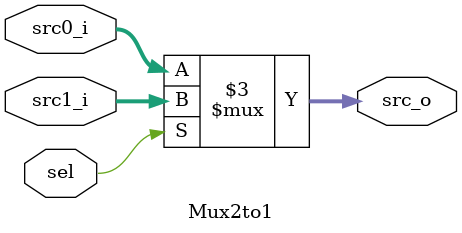
<source format=v>
`timescale 1ns/1ps

module Mux2to1(
    input [31:0] src0_i, // in risc-v architecture, instr is 32 bits, and immediate will be extended to 32 bits also, 
                        // and the address is fixed to 32 bits (assume code is tested on 32 bits system) to make the design logic simple
    input [31:0] src1_i,
    input  sel,
    output reg [31:0] src_o
);

    always@(*)begin
        src_o = (sel == 1'b0) ? src0_i : src1_i ; 
    end

endmodule

</source>
